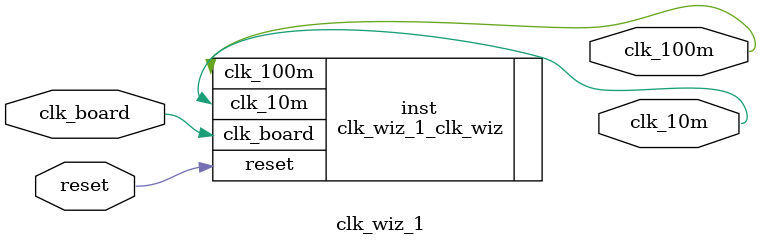
<source format=v>


`timescale 1ps/1ps

(* CORE_GENERATION_INFO = "clk_wiz_1,clk_wiz_v6_0_3_0_0,{component_name=clk_wiz_1,use_phase_alignment=true,use_min_o_jitter=false,use_max_i_jitter=false,use_dyn_phase_shift=false,use_inclk_switchover=false,use_dyn_reconfig=false,enable_axi=0,feedback_source=FDBK_AUTO,PRIMITIVE=MMCM,num_out_clk=2,clkin1_period=10.000,clkin2_period=10.000,use_power_down=false,use_reset=true,use_locked=false,use_inclk_stopped=false,feedback_type=SINGLE,CLOCK_MGR_TYPE=NA,manual_override=false}" *)

module clk_wiz_1 
 (
  // Clock out ports
  output        clk_100m,
  output        clk_10m,
  // Status and control signals
  input         reset,
 // Clock in ports
  input         clk_board
 );

  clk_wiz_1_clk_wiz inst
  (
  // Clock out ports  
  .clk_100m(clk_100m),
  .clk_10m(clk_10m),
  // Status and control signals               
  .reset(reset), 
 // Clock in ports
  .clk_board(clk_board)
  );

endmodule

</source>
